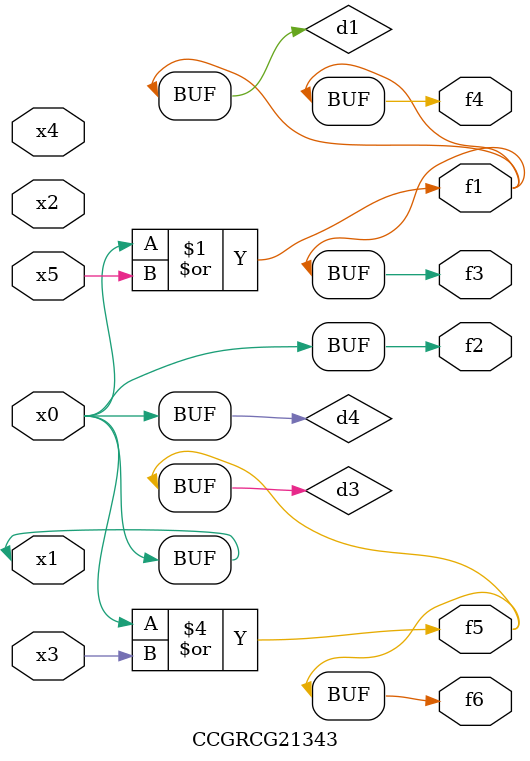
<source format=v>
module CCGRCG21343(
	input x0, x1, x2, x3, x4, x5,
	output f1, f2, f3, f4, f5, f6
);

	wire d1, d2, d3, d4;

	or (d1, x0, x5);
	xnor (d2, x1, x4);
	or (d3, x0, x3);
	buf (d4, x0, x1);
	assign f1 = d1;
	assign f2 = d4;
	assign f3 = d1;
	assign f4 = d1;
	assign f5 = d3;
	assign f6 = d3;
endmodule

</source>
